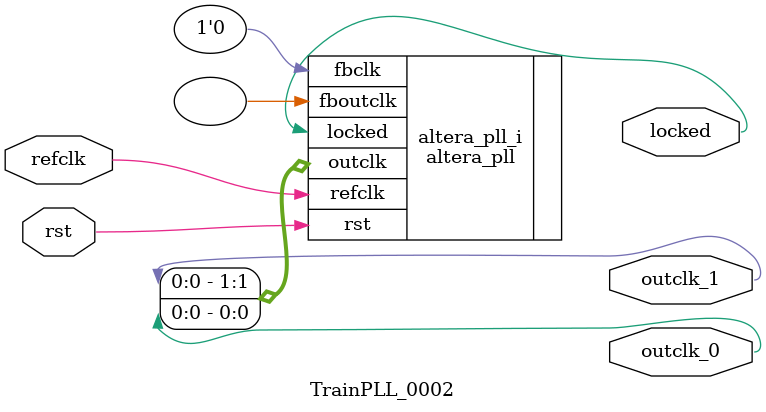
<source format=v>
`timescale 1ns/10ps
module  TrainPLL_0002(

	// interface 'refclk'
	input wire refclk,

	// interface 'reset'
	input wire rst,

	// interface 'outclk0'
	output wire outclk_0,

	// interface 'outclk1'
	output wire outclk_1,

	// interface 'locked'
	output wire locked
);

	altera_pll #(
		.fractional_vco_multiplier("false"),
		.reference_clock_frequency("50.0 MHz"),
		.operation_mode("direct"),
		.number_of_clocks(2),
		.output_clock_frequency0("65.000000 MHz"),
		.phase_shift0("0 ps"),
		.duty_cycle0(50),
		.output_clock_frequency1("65.000000 MHz"),
		.phase_shift1("7692 ps"),
		.duty_cycle1(50),
		.output_clock_frequency2("0 MHz"),
		.phase_shift2("0 ps"),
		.duty_cycle2(50),
		.output_clock_frequency3("0 MHz"),
		.phase_shift3("0 ps"),
		.duty_cycle3(50),
		.output_clock_frequency4("0 MHz"),
		.phase_shift4("0 ps"),
		.duty_cycle4(50),
		.output_clock_frequency5("0 MHz"),
		.phase_shift5("0 ps"),
		.duty_cycle5(50),
		.output_clock_frequency6("0 MHz"),
		.phase_shift6("0 ps"),
		.duty_cycle6(50),
		.output_clock_frequency7("0 MHz"),
		.phase_shift7("0 ps"),
		.duty_cycle7(50),
		.output_clock_frequency8("0 MHz"),
		.phase_shift8("0 ps"),
		.duty_cycle8(50),
		.output_clock_frequency9("0 MHz"),
		.phase_shift9("0 ps"),
		.duty_cycle9(50),
		.output_clock_frequency10("0 MHz"),
		.phase_shift10("0 ps"),
		.duty_cycle10(50),
		.output_clock_frequency11("0 MHz"),
		.phase_shift11("0 ps"),
		.duty_cycle11(50),
		.output_clock_frequency12("0 MHz"),
		.phase_shift12("0 ps"),
		.duty_cycle12(50),
		.output_clock_frequency13("0 MHz"),
		.phase_shift13("0 ps"),
		.duty_cycle13(50),
		.output_clock_frequency14("0 MHz"),
		.phase_shift14("0 ps"),
		.duty_cycle14(50),
		.output_clock_frequency15("0 MHz"),
		.phase_shift15("0 ps"),
		.duty_cycle15(50),
		.output_clock_frequency16("0 MHz"),
		.phase_shift16("0 ps"),
		.duty_cycle16(50),
		.output_clock_frequency17("0 MHz"),
		.phase_shift17("0 ps"),
		.duty_cycle17(50),
		.pll_type("General"),
		.pll_subtype("General")
	) altera_pll_i (
		.rst	(rst),
		.outclk	({outclk_1, outclk_0}),
		.locked	(locked),
		.fboutclk	( ),
		.fbclk	(1'b0),
		.refclk	(refclk)
	);
endmodule


</source>
